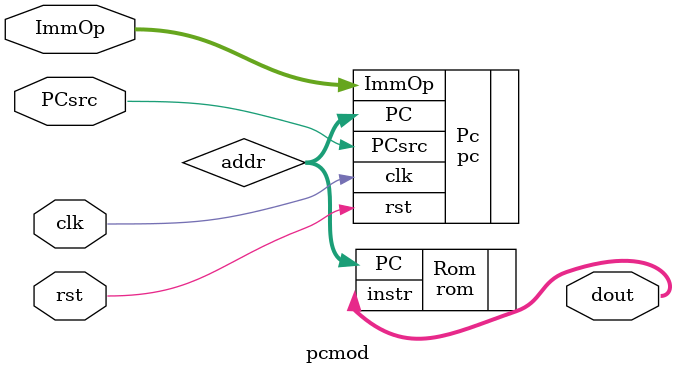
<source format=sv>
module pcmod#(
    parameter WIDTH=32
)(
    //interface signals
    input  logic             clk,      // clock 
    input  logic             rst,      // reset
    input  logic             PCsrc,    // Program counter control (from control unit, do we branch or move to the next address, ie pc=pc+imm or pc=pc+4)
    input  logic [WIDTH-1:0]   ImmOp,  //Immediate value to add to current PC val
    output  logic [WIDTH-1:0]   dout  //current instruction
);

logic [WIDTH-1:0] addr;

pc Pc (
    .clk(clk),
    .rst(rst),
    .PCsrc(PCsrc),
    .ImmOp(ImmOp),
    .PC(addr)
);

rom Rom(
    .PC(addr),
    .instr(dout)
);

endmodule

</source>
